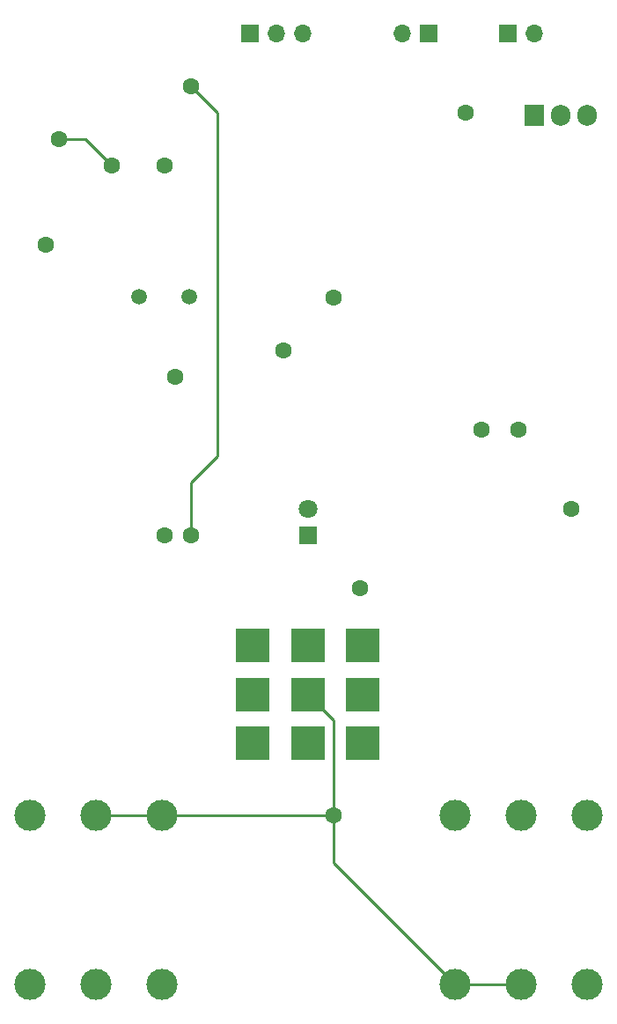
<source format=gbr>
%TF.GenerationSoftware,KiCad,Pcbnew,7.0.8*%
%TF.CreationDate,2023-11-14T18:00:56-08:00*%
%TF.ProjectId,guitar_pedal_4layer,67756974-6172-45f7-9065-64616c5f346c,rev?*%
%TF.SameCoordinates,Original*%
%TF.FileFunction,Copper,L4,Bot*%
%TF.FilePolarity,Positive*%
%FSLAX46Y46*%
G04 Gerber Fmt 4.6, Leading zero omitted, Abs format (unit mm)*
G04 Created by KiCad (PCBNEW 7.0.8) date 2023-11-14 18:00:56*
%MOMM*%
%LPD*%
G01*
G04 APERTURE LIST*
%TA.AperFunction,ComponentPad*%
%ADD10R,1.905000X2.000000*%
%TD*%
%TA.AperFunction,ComponentPad*%
%ADD11O,1.905000X2.000000*%
%TD*%
%TA.AperFunction,ComponentPad*%
%ADD12R,1.800000X1.800000*%
%TD*%
%TA.AperFunction,ComponentPad*%
%ADD13C,1.800000*%
%TD*%
%TA.AperFunction,ComponentPad*%
%ADD14C,3.000000*%
%TD*%
%TA.AperFunction,ComponentPad*%
%ADD15C,1.500000*%
%TD*%
%TA.AperFunction,ComponentPad*%
%ADD16R,1.700000X1.700000*%
%TD*%
%TA.AperFunction,ComponentPad*%
%ADD17O,1.700000X1.700000*%
%TD*%
%TA.AperFunction,ComponentPad*%
%ADD18R,3.302000X3.302000*%
%TD*%
%TA.AperFunction,ViaPad*%
%ADD19C,1.600000*%
%TD*%
%TA.AperFunction,Conductor*%
%ADD20C,0.250000*%
%TD*%
G04 APERTURE END LIST*
D10*
%TO.P,U2,1,IN*%
%TO.N,Net-(SW1-B)*%
X173990000Y-61285000D03*
D11*
%TO.P,U2,2,GND*%
%TO.N,GND*%
X176530000Y-61285000D03*
%TO.P,U2,3,OUT*%
%TO.N,+5V*%
X179070000Y-61285000D03*
%TD*%
D12*
%TO.P,D2,1,K*%
%TO.N,Net-(D2-K)*%
X152230000Y-101600000D03*
D13*
%TO.P,D2,2,A*%
%TO.N,Net-(D2-A)*%
X152230000Y-99060000D03*
%TD*%
D14*
%TO.P,J2,R*%
%TO.N,GND*%
X172720000Y-144780000D03*
%TO.P,J2,RN*%
%TO.N,unconnected-(J2-PadRN)*%
X172720000Y-128550000D03*
%TO.P,J2,S*%
%TO.N,GND*%
X166370000Y-144780000D03*
%TO.P,J2,SN*%
%TO.N,unconnected-(J2-PadSN)*%
X166370000Y-128550000D03*
%TO.P,J2,T*%
%TO.N,Net-(SW2-C2)*%
X179070000Y-144780000D03*
%TO.P,J2,TN*%
%TO.N,unconnected-(J2-PadTN)*%
X179070000Y-128550000D03*
%TD*%
D15*
%TO.P,Y1,1,1*%
%TO.N,Net-(U1-XTAL2)*%
X135980000Y-78700000D03*
%TO.P,Y1,2,2*%
%TO.N,Net-(U1-XTAL1)*%
X140860000Y-78700000D03*
%TD*%
D16*
%TO.P,RV1,1,1*%
%TO.N,GND*%
X146670000Y-53340000D03*
D17*
%TO.P,RV1,2,2*%
%TO.N,PA1*%
X149210000Y-53340000D03*
%TO.P,RV1,3,3*%
%TO.N,+5V*%
X151750000Y-53340000D03*
%TD*%
D16*
%TO.P,BT1,1,+*%
%TO.N,+9V*%
X163830000Y-53340000D03*
D17*
%TO.P,BT1,2,-*%
%TO.N,GND*%
X161290000Y-53340000D03*
%TD*%
D18*
%TO.P,SW2,1,A1*%
%TO.N,FX In*%
X146930000Y-112225000D03*
%TO.P,SW2,2,B1*%
%TO.N,Net-(D2-K)*%
X152230000Y-112225000D03*
%TO.P,SW2,3,C1*%
%TO.N,FX Out*%
X157530000Y-112225000D03*
%TO.P,SW2,4,A2*%
%TO.N,Net-(SW2-A2)*%
X146930000Y-116925000D03*
%TO.P,SW2,5,B2*%
%TO.N,GND*%
X152230000Y-116925000D03*
%TO.P,SW2,6,C2*%
%TO.N,Net-(SW2-C2)*%
X157530000Y-116925000D03*
%TO.P,SW2,7,A3*%
%TO.N,Net-(SW2-A3)*%
X146930000Y-121625000D03*
%TO.P,SW2,8,B3*%
%TO.N,unconnected-(SW2-B3-Pad8)*%
X152230000Y-121625000D03*
%TO.P,SW2,9,C3*%
%TO.N,Net-(SW2-A3)*%
X157530000Y-121625000D03*
%TD*%
D16*
%TO.P,SW1,1,A*%
%TO.N,+9V*%
X171450000Y-53340000D03*
D17*
%TO.P,SW1,2,B*%
%TO.N,Net-(SW1-B)*%
X173990000Y-53340000D03*
%TD*%
D14*
%TO.P,J1,R*%
%TO.N,GND*%
X131900000Y-128550000D03*
%TO.P,J1,RN*%
%TO.N,unconnected-(J1-PadRN)*%
X131900000Y-144780000D03*
%TO.P,J1,S*%
%TO.N,GND*%
X138250000Y-128550000D03*
%TO.P,J1,SN*%
%TO.N,unconnected-(J1-PadSN)*%
X138250000Y-144780000D03*
%TO.P,J1,T*%
%TO.N,Net-(SW2-A2)*%
X125550000Y-128550000D03*
%TO.P,J1,TN*%
%TO.N,unconnected-(J1-PadTN)*%
X125550000Y-144780000D03*
%TD*%
D19*
%TO.N,GND*%
X154735000Y-128550000D03*
X167435000Y-60960000D03*
X149860000Y-83820000D03*
X138430000Y-66040000D03*
X177595000Y-99060000D03*
X138430000Y-101600000D03*
X127000000Y-73660000D03*
X168910000Y-91440000D03*
%TO.N,+5V*%
X172515000Y-91440000D03*
X139495000Y-86360000D03*
X157275000Y-106680000D03*
X154735000Y-78740000D03*
%TO.N,Net-(J3-SCK)*%
X128270000Y-63500000D03*
X133350000Y-66040000D03*
%TO.N,PA0*%
X140970000Y-101600000D03*
X140970000Y-58420000D03*
%TD*%
D20*
%TO.N,GND*%
X154735000Y-119430000D02*
X152230000Y-116925000D01*
X138250000Y-128550000D02*
X131900000Y-128550000D01*
X154240000Y-128550000D02*
X154735000Y-129045000D01*
X154735000Y-129045000D02*
X154735000Y-133145000D01*
X166370000Y-144780000D02*
X172720000Y-144780000D01*
X154735000Y-129045000D02*
X154735000Y-119430000D01*
X154735000Y-133145000D02*
X166370000Y-144780000D01*
X138250000Y-128550000D02*
X154240000Y-128550000D01*
%TO.N,Net-(J3-SCK)*%
X130810000Y-63500000D02*
X128270000Y-63500000D01*
X133350000Y-66040000D02*
X130810000Y-63500000D01*
%TO.N,PA0*%
X143510000Y-93980000D02*
X140970000Y-96520000D01*
X140970000Y-58420000D02*
X143510000Y-60960000D01*
X140970000Y-96520000D02*
X140970000Y-101600000D01*
X143510000Y-60960000D02*
X143510000Y-93980000D01*
%TD*%
M02*

</source>
